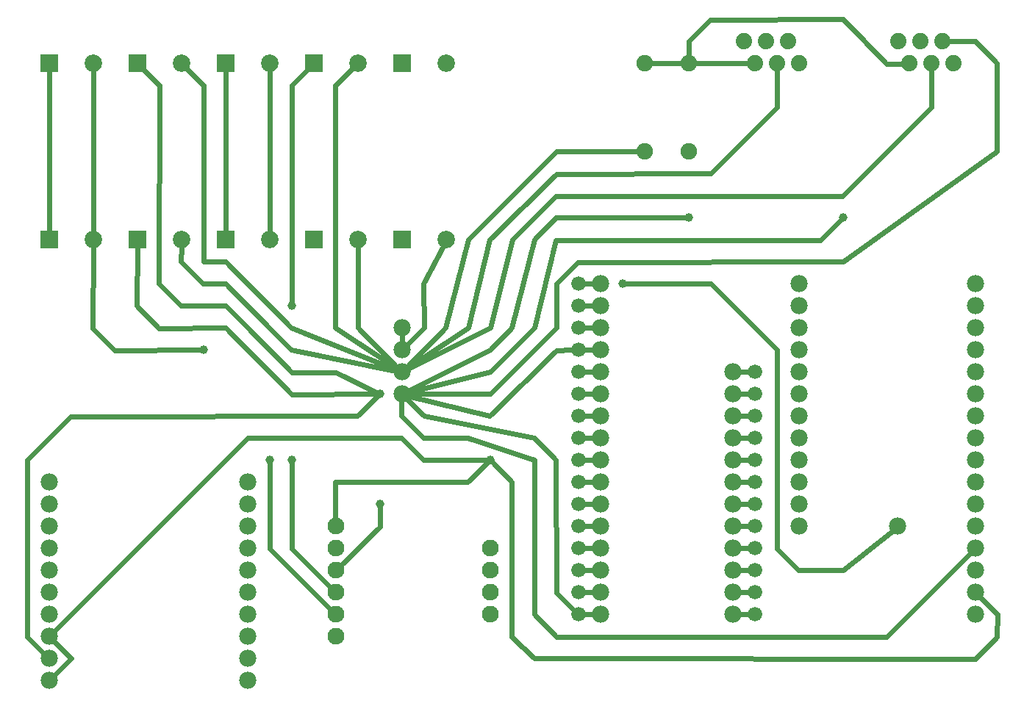
<source format=gbl>
G04 MADE WITH FRITZING*
G04 WWW.FRITZING.ORG*
G04 DOUBLE SIDED*
G04 HOLES PLATED*
G04 CONTOUR ON CENTER OF CONTOUR VECTOR*
%ASAXBY*%
%FSLAX23Y23*%
%MOIN*%
%OFA0B0*%
%SFA1.0B1.0*%
%ADD10C,0.039370*%
%ADD11C,0.078000*%
%ADD12C,0.066000*%
%ADD13C,0.076000*%
%ADD14C,0.075000*%
%ADD15C,0.074000*%
%ADD16C,0.079370*%
%ADD17R,0.079370X0.079370*%
%ADD18C,0.024000*%
%LNCOPPER0*%
G90*
G70*
G54D10*
X1702Y1382D03*
G54D11*
X2202Y1982D03*
X2202Y1882D03*
X2202Y1782D03*
X2202Y1682D03*
X4002Y2182D03*
X4002Y2082D03*
X4002Y1982D03*
X4002Y1882D03*
X4002Y1782D03*
X4002Y1682D03*
X4002Y1582D03*
X4002Y1482D03*
X4002Y1382D03*
X4002Y1282D03*
X4002Y1182D03*
X4002Y1082D03*
X4802Y2182D03*
X4802Y2082D03*
X4802Y1982D03*
X4802Y1882D03*
X4802Y1782D03*
X4802Y1682D03*
X4802Y1582D03*
X4802Y1482D03*
X4802Y1382D03*
X4802Y1282D03*
X4802Y1182D03*
X4802Y1082D03*
X4802Y982D03*
X4802Y882D03*
X4802Y782D03*
X4802Y682D03*
X4451Y1082D03*
X602Y1282D03*
X602Y1182D03*
X602Y1082D03*
X602Y982D03*
X602Y882D03*
X602Y782D03*
X602Y682D03*
X602Y582D03*
X602Y482D03*
X602Y382D03*
X1502Y1282D03*
X1502Y1182D03*
X1502Y1082D03*
X1502Y982D03*
X1502Y882D03*
X1502Y782D03*
X1502Y682D03*
X1502Y582D03*
X1502Y482D03*
X1502Y382D03*
G54D10*
X2102Y1182D03*
G54D12*
X3002Y682D03*
X3002Y782D03*
X3002Y882D03*
X3002Y982D03*
X3002Y1082D03*
X3002Y1182D03*
X3002Y1282D03*
X3002Y1382D03*
X3002Y1482D03*
X3002Y1582D03*
X3002Y1682D03*
X3002Y1782D03*
X3002Y1882D03*
X3002Y1982D03*
X3002Y2082D03*
X3002Y2182D03*
X3802Y1782D03*
X3802Y1682D03*
X3802Y1582D03*
X3802Y1482D03*
X3802Y1382D03*
X3802Y1282D03*
X3802Y1182D03*
X3802Y1082D03*
X3802Y982D03*
X3802Y882D03*
X3802Y782D03*
X3802Y682D03*
G54D13*
X1902Y1082D03*
X1902Y982D03*
X1902Y882D03*
X1902Y782D03*
X1902Y682D03*
X1902Y582D03*
X2602Y982D03*
X2602Y882D03*
X2602Y782D03*
X2602Y682D03*
G54D14*
X3302Y2782D03*
X3302Y3182D03*
X3502Y2782D03*
X3502Y3182D03*
G54D15*
X4452Y3282D03*
X4502Y3182D03*
X4552Y3282D03*
X4602Y3182D03*
X4652Y3282D03*
X4702Y3182D03*
X3752Y3282D03*
X3802Y3182D03*
X3852Y3282D03*
X3902Y3182D03*
X3952Y3282D03*
X4002Y3182D03*
G54D16*
X602Y3182D03*
X802Y3182D03*
X1002Y3182D03*
X1202Y3182D03*
X1402Y3182D03*
X1602Y3182D03*
X1802Y3182D03*
X2002Y3182D03*
X1402Y2382D03*
X1602Y2382D03*
X1802Y2382D03*
X2002Y2382D03*
X1002Y2382D03*
X1202Y2382D03*
X2202Y3182D03*
X2402Y3182D03*
X602Y2382D03*
X802Y2382D03*
X2202Y2382D03*
X2402Y2382D03*
G54D10*
X2102Y1682D03*
X1702Y2082D03*
X2602Y1382D03*
X3502Y2482D03*
X4202Y2482D03*
X1302Y1882D03*
X3202Y2182D03*
G54D11*
X3102Y2182D03*
X3102Y2082D03*
X3102Y1982D03*
X3102Y1882D03*
X3102Y1782D03*
X3102Y1682D03*
X3102Y1582D03*
X3102Y1482D03*
X3102Y1382D03*
X3102Y1282D03*
X3102Y1182D03*
X3102Y1082D03*
X3102Y982D03*
X3102Y882D03*
X3102Y782D03*
X3102Y682D03*
X3702Y1782D03*
X3702Y1682D03*
X3702Y1582D03*
X3702Y1482D03*
X3702Y1382D03*
X3702Y1282D03*
X3702Y1182D03*
X3702Y1082D03*
X3702Y982D03*
X3702Y882D03*
X3702Y782D03*
X3702Y682D03*
G54D10*
X1602Y1382D03*
G54D17*
X602Y3182D03*
X1002Y3182D03*
X1402Y3182D03*
X1802Y3182D03*
X1402Y2382D03*
X1802Y2382D03*
X1002Y2382D03*
X2202Y3182D03*
X602Y2382D03*
X2202Y2382D03*
G54D18*
X1702Y1363D02*
X1702Y981D01*
D02*
X1702Y981D02*
X1880Y804D01*
D02*
X1602Y2413D02*
X1602Y3151D01*
D02*
X802Y3151D02*
X802Y2413D01*
D02*
X2202Y1912D02*
X2202Y1952D01*
D02*
X702Y483D02*
X623Y404D01*
D02*
X623Y561D02*
X702Y483D01*
D02*
X1702Y3083D02*
X1702Y2101D01*
D02*
X1780Y3161D02*
X1702Y3083D01*
D02*
X1403Y1984D02*
X1101Y1981D01*
D02*
X1702Y1681D02*
X1403Y1984D01*
D02*
X1001Y2082D02*
X1002Y2351D01*
D02*
X1101Y1981D02*
X1001Y2082D01*
D02*
X2083Y1682D02*
X1702Y1681D01*
D02*
X1902Y1781D02*
X1702Y1781D01*
D02*
X1702Y1781D02*
X1502Y1984D01*
D02*
X2085Y1691D02*
X1902Y1781D01*
D02*
X1101Y2182D02*
X1102Y3084D01*
D02*
X1201Y2082D02*
X1101Y2182D01*
D02*
X1502Y1984D02*
X1403Y2083D01*
D02*
X1403Y2083D02*
X1201Y2082D01*
D02*
X1102Y3084D02*
X1024Y3161D01*
D02*
X502Y581D02*
X580Y504D01*
D02*
X503Y1383D02*
X502Y581D01*
D02*
X701Y1581D02*
X503Y1383D01*
D02*
X2001Y1583D02*
X701Y1581D01*
D02*
X2088Y1669D02*
X2001Y1583D01*
D02*
X2500Y1284D02*
X1899Y1284D01*
D02*
X1899Y1284D02*
X1901Y1113D01*
D02*
X2588Y1369D02*
X2500Y1284D01*
D02*
X3330Y3182D02*
X3473Y3182D01*
D02*
X3771Y3182D02*
X3530Y3182D01*
D02*
X4204Y3382D02*
X3600Y3381D01*
D02*
X4401Y3179D02*
X4204Y3382D01*
D02*
X3502Y3283D02*
X3502Y3211D01*
D02*
X3600Y3381D02*
X3502Y3283D01*
D02*
X4471Y3181D02*
X4401Y3179D01*
D02*
X2201Y1483D02*
X2301Y1383D01*
D02*
X2301Y1383D02*
X2583Y1382D01*
D02*
X1502Y1483D02*
X2201Y1483D01*
D02*
X623Y604D02*
X1502Y1483D01*
D02*
X2102Y1081D02*
X2102Y1163D01*
D02*
X1923Y904D02*
X2102Y1081D01*
D02*
X1402Y2413D02*
X1402Y3151D01*
D02*
X602Y2413D02*
X602Y3151D01*
D02*
X1283Y1882D02*
X901Y1881D01*
D02*
X800Y1981D02*
X802Y2351D01*
D02*
X901Y1881D02*
X800Y1981D01*
D02*
X3072Y2182D02*
X3032Y2182D01*
D02*
X3072Y2082D02*
X3032Y2082D01*
D02*
X3072Y1982D02*
X3032Y1982D01*
D02*
X3072Y1882D02*
X3032Y1882D01*
D02*
X3072Y1782D02*
X3032Y1782D01*
D02*
X3072Y1682D02*
X3032Y1682D01*
D02*
X3072Y1582D02*
X3032Y1582D01*
D02*
X3072Y1482D02*
X3032Y1482D01*
D02*
X3072Y1382D02*
X3032Y1382D01*
D02*
X3072Y1282D02*
X3032Y1282D01*
D02*
X3072Y1182D02*
X3032Y1182D01*
D02*
X3072Y1082D02*
X3032Y1082D01*
D02*
X3072Y982D02*
X3032Y982D01*
D02*
X3072Y882D02*
X3032Y882D01*
D02*
X3072Y782D02*
X3032Y782D01*
D02*
X3072Y682D02*
X3032Y682D01*
D02*
X3771Y1782D02*
X3732Y1782D01*
D02*
X3771Y1682D02*
X3732Y1682D01*
D02*
X3771Y1582D02*
X3732Y1582D01*
D02*
X3771Y1482D02*
X3732Y1482D01*
D02*
X3771Y1382D02*
X3732Y1382D01*
D02*
X3771Y1282D02*
X3732Y1282D01*
D02*
X3771Y1182D02*
X3732Y1182D01*
D02*
X3771Y1082D02*
X3732Y1082D01*
D02*
X3771Y982D02*
X3732Y982D01*
D02*
X3771Y882D02*
X3732Y882D01*
D02*
X3771Y782D02*
X3732Y782D01*
D02*
X3771Y682D02*
X3732Y682D01*
D02*
X1602Y1363D02*
X1602Y981D01*
D02*
X1602Y981D02*
X1880Y704D01*
D02*
X3604Y2183D02*
X3902Y1885D01*
D02*
X4001Y883D02*
X4202Y883D01*
D02*
X4202Y883D02*
X4428Y1063D01*
D02*
X3902Y980D02*
X4001Y883D01*
D02*
X2701Y581D02*
X2701Y1283D01*
D02*
X2803Y482D02*
X2701Y581D01*
D02*
X4803Y481D02*
X2803Y482D01*
D02*
X4901Y581D02*
X4803Y481D01*
D02*
X3221Y2182D02*
X3604Y2183D01*
D02*
X3902Y1885D02*
X3902Y980D01*
D02*
X2701Y1283D02*
X2615Y1369D01*
D02*
X4902Y684D02*
X4901Y581D01*
D02*
X4823Y761D02*
X4902Y684D01*
D02*
X1901Y1982D02*
X2177Y1799D01*
D02*
X1900Y3082D02*
X1901Y1982D01*
D02*
X1301Y2182D02*
X1403Y2183D01*
D02*
X1980Y3161D02*
X1900Y3082D01*
D02*
X2503Y1984D02*
X2227Y1799D01*
D02*
X2601Y2383D02*
X2503Y1984D01*
D02*
X2901Y2483D02*
X2803Y2382D01*
D02*
X3483Y2482D02*
X2901Y2483D01*
D02*
X2704Y2383D02*
X2602Y1984D01*
D02*
X2803Y684D02*
X2804Y1383D01*
D02*
X2902Y581D02*
X2803Y684D01*
D02*
X4200Y2580D02*
X2901Y2581D01*
D02*
X2904Y2782D02*
X2504Y2383D01*
D02*
X1303Y3082D02*
X1304Y2282D01*
D02*
X2971Y1882D02*
X2904Y1880D01*
D02*
X2201Y1583D02*
X2201Y1652D01*
D02*
X2301Y1483D02*
X2201Y1583D01*
D02*
X1201Y2282D02*
X1301Y2182D01*
D02*
X1202Y2351D02*
X1201Y2282D01*
D02*
X1403Y2183D02*
X1601Y1984D01*
D02*
X3273Y2782D02*
X2904Y2782D01*
D02*
X3902Y3151D02*
X3902Y2982D01*
D02*
X2900Y1383D02*
X2803Y1483D01*
D02*
X2301Y2182D02*
X2388Y2355D01*
D02*
X2804Y1383D02*
X2500Y1482D01*
D02*
X1701Y1982D02*
X2174Y1793D01*
D02*
X1403Y2282D02*
X1701Y1982D01*
D02*
X3603Y2684D02*
X2904Y2680D01*
D02*
X2903Y781D02*
X2900Y1383D01*
D02*
X2601Y1583D02*
X2231Y1675D01*
D02*
X2904Y1880D02*
X2601Y1583D01*
D02*
X2002Y1982D02*
X2180Y1804D01*
D02*
X2002Y2351D02*
X2002Y1982D01*
D02*
X4780Y961D02*
X4401Y581D01*
D02*
X2980Y704D02*
X2903Y781D01*
D02*
X2904Y2680D02*
X2601Y2383D01*
D02*
X2803Y2382D02*
X2701Y1984D01*
D02*
X3000Y2281D02*
X2902Y2182D01*
D02*
X3902Y2982D02*
X3603Y2684D01*
D02*
X1701Y1883D02*
X2172Y1788D01*
D02*
X1601Y1984D02*
X1701Y1883D01*
D02*
X2901Y2581D02*
X2704Y2383D01*
D02*
X2602Y1783D02*
X2231Y1690D01*
D02*
X2803Y1984D02*
X2602Y1783D01*
D02*
X2902Y2182D02*
X2902Y1984D01*
D02*
X2602Y1882D02*
X2229Y1696D01*
D02*
X2701Y1984D02*
X2602Y1882D01*
D02*
X2302Y1984D02*
X2301Y2182D01*
D02*
X2223Y1904D02*
X2302Y1984D01*
D02*
X2602Y1684D02*
X2232Y1682D01*
D02*
X2902Y1984D02*
X2602Y1684D01*
D02*
X2302Y1583D02*
X2223Y1661D01*
D02*
X2803Y1483D02*
X2302Y1583D01*
D02*
X4803Y3283D02*
X4901Y3182D01*
D02*
X4683Y3283D02*
X4803Y3283D01*
D02*
X2500Y1482D02*
X2301Y1483D01*
D02*
X4602Y3151D02*
X4602Y2982D01*
D02*
X4901Y3182D02*
X4901Y2782D01*
D02*
X4100Y2381D02*
X2900Y2381D01*
D02*
X4203Y2283D02*
X3000Y2281D01*
D02*
X4901Y2782D02*
X4203Y2283D01*
D02*
X4602Y2982D02*
X4200Y2580D01*
D02*
X2401Y1984D02*
X2223Y1804D01*
D02*
X2504Y2383D02*
X2401Y1984D01*
D02*
X4188Y2469D02*
X4100Y2381D01*
D02*
X2900Y2381D02*
X2803Y1984D01*
D02*
X2602Y1984D02*
X2229Y1796D01*
D02*
X1304Y2282D02*
X1403Y2282D01*
D02*
X1224Y3161D02*
X1303Y3082D01*
D02*
X4401Y581D02*
X2902Y581D01*
G04 End of Copper0*
M02*
</source>
